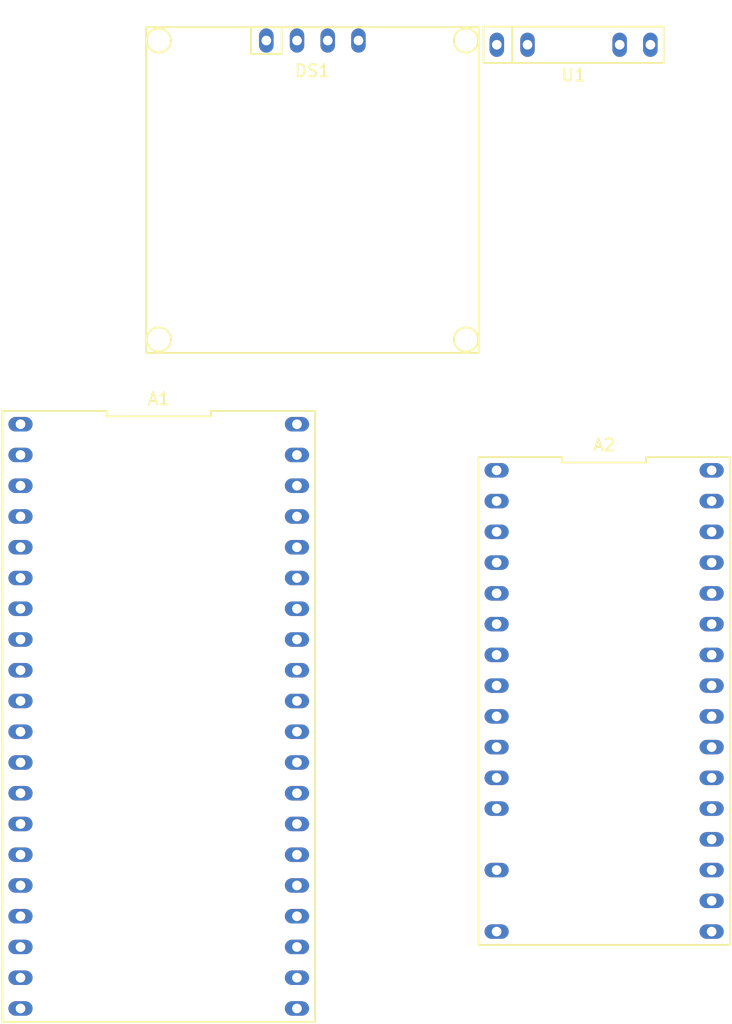
<source format=kicad_pcb>
(kicad_pcb (version 20171130) (host pcbnew "(5.0.2)-1")

  (general
    (thickness 1.6)
    (drawings 0)
    (tracks 0)
    (zones 0)
    (modules 4)
    (nets 79)
  )

  (page A4)
  (layers
    (0 F.Cu signal)
    (31 B.Cu signal)
    (32 B.Adhes user)
    (33 F.Adhes user)
    (34 B.Paste user)
    (35 F.Paste user)
    (36 B.SilkS user)
    (37 F.SilkS user)
    (38 B.Mask user)
    (39 F.Mask user)
    (40 Dwgs.User user)
    (41 Cmts.User user)
    (42 Eco1.User user)
    (43 Eco2.User user)
    (44 Edge.Cuts user)
    (45 Margin user)
    (46 B.CrtYd user)
    (47 F.CrtYd user)
    (48 B.Fab user)
    (49 F.Fab user)
  )

  (setup
    (last_trace_width 0.25)
    (trace_clearance 0.2)
    (zone_clearance 0.508)
    (zone_45_only no)
    (trace_min 0.2)
    (segment_width 0.2)
    (edge_width 0.15)
    (via_size 0.8)
    (via_drill 0.4)
    (via_min_size 0.4)
    (via_min_drill 0.3)
    (uvia_size 0.3)
    (uvia_drill 0.1)
    (uvias_allowed no)
    (uvia_min_size 0.2)
    (uvia_min_drill 0.1)
    (pcb_text_width 0.3)
    (pcb_text_size 1.5 1.5)
    (mod_edge_width 0.15)
    (mod_text_size 1 1)
    (mod_text_width 0.15)
    (pad_size 1.524 1.524)
    (pad_drill 0.762)
    (pad_to_mask_clearance 0.051)
    (solder_mask_min_width 0.25)
    (aux_axis_origin 0 0)
    (visible_elements 7FFFFFFF)
    (pcbplotparams
      (layerselection 0x010fc_ffffffff)
      (usegerberextensions false)
      (usegerberattributes false)
      (usegerberadvancedattributes false)
      (creategerberjobfile false)
      (excludeedgelayer true)
      (linewidth 0.100000)
      (plotframeref false)
      (viasonmask false)
      (mode 1)
      (useauxorigin false)
      (hpglpennumber 1)
      (hpglpenspeed 20)
      (hpglpendiameter 15.000000)
      (psnegative false)
      (psa4output false)
      (plotreference true)
      (plotvalue true)
      (plotinvisibletext false)
      (padsonsilk false)
      (subtractmaskfromsilk false)
      (outputformat 1)
      (mirror false)
      (drillshape 1)
      (scaleselection 1)
      (outputdirectory ""))
  )

  (net 0 "")
  (net 1 "Net-(A1-Pad40)")
  (net 2 "Net-(A1-Pad1)")
  (net 3 "Net-(A1-Pad39)")
  (net 4 "Net-(A1-Pad2)")
  (net 5 "Net-(A1-Pad38)")
  (net 6 "Net-(A1-Pad3)")
  (net 7 "Net-(A1-Pad37)")
  (net 8 "Net-(A1-Pad4)")
  (net 9 "Net-(A1-Pad36)")
  (net 10 "Net-(A1-Pad5)")
  (net 11 "Net-(A1-Pad35)")
  (net 12 "Net-(A1-Pad6)")
  (net 13 "Net-(A1-Pad34)")
  (net 14 "Net-(A1-Pad7)")
  (net 15 "Net-(A1-Pad33)")
  (net 16 "Net-(A1-Pad8)")
  (net 17 "Net-(A1-Pad32)")
  (net 18 "Net-(A1-Pad9)")
  (net 19 "Net-(A1-Pad31)")
  (net 20 "Net-(A1-Pad10)")
  (net 21 "Net-(A1-Pad30)")
  (net 22 "Net-(A1-Pad11)")
  (net 23 "Net-(A1-Pad29)")
  (net 24 "Net-(A1-Pad12)")
  (net 25 "Net-(A1-Pad28)")
  (net 26 "Net-(A1-Pad13)")
  (net 27 "Net-(A1-Pad27)")
  (net 28 "Net-(A1-Pad14)")
  (net 29 "Net-(A1-Pad26)")
  (net 30 "Net-(A1-Pad15)")
  (net 31 "Net-(A1-Pad25)")
  (net 32 "Net-(A1-Pad16)")
  (net 33 "Net-(A1-Pad24)")
  (net 34 "Net-(A1-Pad17)")
  (net 35 "Net-(A1-Pad23)")
  (net 36 "Net-(A1-Pad18)")
  (net 37 "Net-(A1-Pad22)")
  (net 38 "Net-(A1-Pad19)")
  (net 39 "Net-(A1-Pad21)")
  (net 40 "Net-(A1-Pad20)")
  (net 41 "Net-(A2-Pad32)")
  (net 42 "Net-(A2-Pad1)")
  (net 43 "Net-(A2-Pad31)")
  (net 44 "Net-(A2-Pad2)")
  (net 45 "Net-(A2-Pad30)")
  (net 46 "Net-(A2-Pad3)")
  (net 47 "Net-(A2-Pad29)")
  (net 48 "Net-(A2-Pad4)")
  (net 49 "Net-(A2-Pad28)")
  (net 50 "Net-(A2-Pad5)")
  (net 51 "Net-(A2-Pad27)")
  (net 52 "Net-(A2-Pad6)")
  (net 53 "Net-(A2-Pad26)")
  (net 54 "Net-(A2-Pad7)")
  (net 55 "Net-(A2-Pad25)")
  (net 56 "Net-(A2-Pad8)")
  (net 57 "Net-(A2-Pad24)")
  (net 58 "Net-(A2-Pad9)")
  (net 59 "Net-(A2-Pad23)")
  (net 60 "Net-(A2-Pad10)")
  (net 61 "Net-(A2-Pad22)")
  (net 62 "Net-(A2-Pad11)")
  (net 63 "Net-(A2-Pad21)")
  (net 64 "Net-(A2-Pad12)")
  (net 65 "Net-(A2-Pad20)")
  (net 66 "Net-(A2-Pad19)")
  (net 67 "Net-(A2-Pad14)")
  (net 68 "Net-(A2-Pad18)")
  (net 69 "Net-(A2-Pad17)")
  (net 70 "Net-(A2-Pad16)")
  (net 71 "Net-(DS1-Pad1)")
  (net 72 "Net-(DS1-Pad2)")
  (net 73 "Net-(DS1-Pad3)")
  (net 74 "Net-(DS1-Pad4)")
  (net 75 "Net-(U1-Pad1)")
  (net 76 "Net-(U1-Pad2)")
  (net 77 "Net-(U1-Pad3)")
  (net 78 "Net-(U1-Pad4)")

  (net_class Default "Dies ist die voreingestellte Netzklasse."
    (clearance 0.2)
    (trace_width 0.25)
    (via_dia 0.8)
    (via_drill 0.4)
    (uvia_dia 0.3)
    (uvia_drill 0.1)
    (add_net "Net-(A1-Pad1)")
    (add_net "Net-(A1-Pad10)")
    (add_net "Net-(A1-Pad11)")
    (add_net "Net-(A1-Pad12)")
    (add_net "Net-(A1-Pad13)")
    (add_net "Net-(A1-Pad14)")
    (add_net "Net-(A1-Pad15)")
    (add_net "Net-(A1-Pad16)")
    (add_net "Net-(A1-Pad17)")
    (add_net "Net-(A1-Pad18)")
    (add_net "Net-(A1-Pad19)")
    (add_net "Net-(A1-Pad2)")
    (add_net "Net-(A1-Pad20)")
    (add_net "Net-(A1-Pad21)")
    (add_net "Net-(A1-Pad22)")
    (add_net "Net-(A1-Pad23)")
    (add_net "Net-(A1-Pad24)")
    (add_net "Net-(A1-Pad25)")
    (add_net "Net-(A1-Pad26)")
    (add_net "Net-(A1-Pad27)")
    (add_net "Net-(A1-Pad28)")
    (add_net "Net-(A1-Pad29)")
    (add_net "Net-(A1-Pad3)")
    (add_net "Net-(A1-Pad30)")
    (add_net "Net-(A1-Pad31)")
    (add_net "Net-(A1-Pad32)")
    (add_net "Net-(A1-Pad33)")
    (add_net "Net-(A1-Pad34)")
    (add_net "Net-(A1-Pad35)")
    (add_net "Net-(A1-Pad36)")
    (add_net "Net-(A1-Pad37)")
    (add_net "Net-(A1-Pad38)")
    (add_net "Net-(A1-Pad39)")
    (add_net "Net-(A1-Pad4)")
    (add_net "Net-(A1-Pad40)")
    (add_net "Net-(A1-Pad5)")
    (add_net "Net-(A1-Pad6)")
    (add_net "Net-(A1-Pad7)")
    (add_net "Net-(A1-Pad8)")
    (add_net "Net-(A1-Pad9)")
    (add_net "Net-(A2-Pad1)")
    (add_net "Net-(A2-Pad10)")
    (add_net "Net-(A2-Pad11)")
    (add_net "Net-(A2-Pad12)")
    (add_net "Net-(A2-Pad14)")
    (add_net "Net-(A2-Pad16)")
    (add_net "Net-(A2-Pad17)")
    (add_net "Net-(A2-Pad18)")
    (add_net "Net-(A2-Pad19)")
    (add_net "Net-(A2-Pad2)")
    (add_net "Net-(A2-Pad20)")
    (add_net "Net-(A2-Pad21)")
    (add_net "Net-(A2-Pad22)")
    (add_net "Net-(A2-Pad23)")
    (add_net "Net-(A2-Pad24)")
    (add_net "Net-(A2-Pad25)")
    (add_net "Net-(A2-Pad26)")
    (add_net "Net-(A2-Pad27)")
    (add_net "Net-(A2-Pad28)")
    (add_net "Net-(A2-Pad29)")
    (add_net "Net-(A2-Pad3)")
    (add_net "Net-(A2-Pad30)")
    (add_net "Net-(A2-Pad31)")
    (add_net "Net-(A2-Pad32)")
    (add_net "Net-(A2-Pad4)")
    (add_net "Net-(A2-Pad5)")
    (add_net "Net-(A2-Pad6)")
    (add_net "Net-(A2-Pad7)")
    (add_net "Net-(A2-Pad8)")
    (add_net "Net-(A2-Pad9)")
    (add_net "Net-(DS1-Pad1)")
    (add_net "Net-(DS1-Pad2)")
    (add_net "Net-(DS1-Pad3)")
    (add_net "Net-(DS1-Pad4)")
    (add_net "Net-(U1-Pad1)")
    (add_net "Net-(U1-Pad2)")
    (add_net "Net-(U1-Pad3)")
    (add_net "Net-(U1-Pad4)")
  )

  (module Tueroeffner:SparkFun_ESP32_Thing (layer F.Cu) (tedit 5C6D2CB2) (tstamp 5C8EFAAB)
    (at 174.625 85.725 270)
    (path /5C6D2DD2)
    (fp_text reference A1 (at -26.23 0) (layer F.SilkS)
      (effects (font (size 1 1) (thickness 0.15)))
    )
    (fp_text value SparkFun_ESP32_Thing (at 0 0 270) (layer F.Fab)
      (effects (font (size 1 1) (thickness 0.15)))
    )
    (fp_line (start -25.23 12.929999) (end 25.23 12.93) (layer F.SilkS) (width 0.15))
    (fp_line (start 25.23 12.93) (end 25.23 -12.929999) (layer F.SilkS) (width 0.15))
    (fp_line (start 25.23 -12.929999) (end -25.23 -12.93) (layer F.SilkS) (width 0.15))
    (fp_line (start -25.23 -12.93) (end -25.23 -4.31) (layer F.SilkS) (width 0.15))
    (fp_line (start -25.23 -4.31) (end -24.78 -4.31) (layer F.SilkS) (width 0.15))
    (fp_line (start -24.78 -4.31) (end -24.78 4.309999) (layer F.SilkS) (width 0.15))
    (fp_line (start -24.78 4.309999) (end -25.23 4.309999) (layer F.SilkS) (width 0.15))
    (fp_line (start -25.23 4.309999) (end -25.23 12.929999) (layer F.SilkS) (width 0.15))
    (fp_line (start -25.4 -13.1) (end 25.4 -13.1) (layer F.CrtYd) (width 0.05))
    (fp_line (start 25.4 -13.1) (end 25.4 13.1) (layer F.CrtYd) (width 0.05))
    (fp_line (start 25.4 13.1) (end -25.4 13.1) (layer F.CrtYd) (width 0.05))
    (fp_line (start -25.4 13.1) (end -25.4 -13.1) (layer F.CrtYd) (width 0.05))
    (pad 40 thru_hole oval (at -24.13 -11.43 270) (size 1.2 2) (drill 0.8) (layers *.Cu *.Mask)
      (net 1 "Net-(A1-Pad40)"))
    (pad 1 thru_hole oval (at -24.13 11.43 270) (size 1.2 2) (drill 0.8) (layers *.Cu *.Mask)
      (net 2 "Net-(A1-Pad1)"))
    (pad 39 thru_hole oval (at -21.59 -11.43 270) (size 1.2 2) (drill 0.8) (layers *.Cu *.Mask)
      (net 3 "Net-(A1-Pad39)"))
    (pad 2 thru_hole oval (at -21.59 11.43 270) (size 1.2 2) (drill 0.8) (layers *.Cu *.Mask)
      (net 4 "Net-(A1-Pad2)"))
    (pad 38 thru_hole oval (at -19.05 -11.43 270) (size 1.2 2) (drill 0.8) (layers *.Cu *.Mask)
      (net 5 "Net-(A1-Pad38)"))
    (pad 3 thru_hole oval (at -19.05 11.43 270) (size 1.2 2) (drill 0.8) (layers *.Cu *.Mask)
      (net 6 "Net-(A1-Pad3)"))
    (pad 37 thru_hole oval (at -16.51 -11.43 270) (size 1.2 2) (drill 0.8) (layers *.Cu *.Mask)
      (net 7 "Net-(A1-Pad37)"))
    (pad 4 thru_hole oval (at -16.51 11.43 270) (size 1.2 2) (drill 0.8) (layers *.Cu *.Mask)
      (net 8 "Net-(A1-Pad4)"))
    (pad 36 thru_hole oval (at -13.97 -11.43 270) (size 1.2 2) (drill 0.8) (layers *.Cu *.Mask)
      (net 9 "Net-(A1-Pad36)"))
    (pad 5 thru_hole oval (at -13.97 11.43 270) (size 1.2 2) (drill 0.8) (layers *.Cu *.Mask)
      (net 10 "Net-(A1-Pad5)"))
    (pad 35 thru_hole oval (at -11.43 -11.43 270) (size 1.2 2) (drill 0.8) (layers *.Cu *.Mask)
      (net 11 "Net-(A1-Pad35)"))
    (pad 6 thru_hole oval (at -11.43 11.43 270) (size 1.2 2) (drill 0.8) (layers *.Cu *.Mask)
      (net 12 "Net-(A1-Pad6)"))
    (pad 34 thru_hole oval (at -8.89 -11.43 270) (size 1.2 2) (drill 0.8) (layers *.Cu *.Mask)
      (net 13 "Net-(A1-Pad34)"))
    (pad 7 thru_hole oval (at -8.89 11.43 270) (size 1.2 2) (drill 0.8) (layers *.Cu *.Mask)
      (net 14 "Net-(A1-Pad7)"))
    (pad 33 thru_hole oval (at -6.35 -11.43 270) (size 1.2 2) (drill 0.8) (layers *.Cu *.Mask)
      (net 15 "Net-(A1-Pad33)"))
    (pad 8 thru_hole oval (at -6.35 11.43 270) (size 1.2 2) (drill 0.8) (layers *.Cu *.Mask)
      (net 16 "Net-(A1-Pad8)"))
    (pad 32 thru_hole oval (at -3.81 -11.43 270) (size 1.2 2) (drill 0.8) (layers *.Cu *.Mask)
      (net 17 "Net-(A1-Pad32)"))
    (pad 9 thru_hole oval (at -3.81 11.43 270) (size 1.2 2) (drill 0.8) (layers *.Cu *.Mask)
      (net 18 "Net-(A1-Pad9)"))
    (pad 31 thru_hole oval (at -1.27 -11.43 270) (size 1.2 2) (drill 0.8) (layers *.Cu *.Mask)
      (net 19 "Net-(A1-Pad31)"))
    (pad 10 thru_hole oval (at -1.27 11.43 270) (size 1.2 2) (drill 0.8) (layers *.Cu *.Mask)
      (net 20 "Net-(A1-Pad10)"))
    (pad 30 thru_hole oval (at 1.27 -11.43 270) (size 1.2 2) (drill 0.8) (layers *.Cu *.Mask)
      (net 21 "Net-(A1-Pad30)"))
    (pad 11 thru_hole oval (at 1.27 11.43 270) (size 1.2 2) (drill 0.8) (layers *.Cu *.Mask)
      (net 22 "Net-(A1-Pad11)"))
    (pad 29 thru_hole oval (at 3.81 -11.43 270) (size 1.2 2) (drill 0.8) (layers *.Cu *.Mask)
      (net 23 "Net-(A1-Pad29)"))
    (pad 12 thru_hole oval (at 3.81 11.43 270) (size 1.2 2) (drill 0.8) (layers *.Cu *.Mask)
      (net 24 "Net-(A1-Pad12)"))
    (pad 28 thru_hole oval (at 6.35 -11.43 270) (size 1.2 2) (drill 0.8) (layers *.Cu *.Mask)
      (net 25 "Net-(A1-Pad28)"))
    (pad 13 thru_hole oval (at 6.35 11.43 270) (size 1.2 2) (drill 0.8) (layers *.Cu *.Mask)
      (net 26 "Net-(A1-Pad13)"))
    (pad 27 thru_hole oval (at 8.89 -11.43 270) (size 1.2 2) (drill 0.8) (layers *.Cu *.Mask)
      (net 27 "Net-(A1-Pad27)"))
    (pad 14 thru_hole oval (at 8.89 11.43 270) (size 1.2 2) (drill 0.8) (layers *.Cu *.Mask)
      (net 28 "Net-(A1-Pad14)"))
    (pad 26 thru_hole oval (at 11.43 -11.43 270) (size 1.2 2) (drill 0.8) (layers *.Cu *.Mask)
      (net 29 "Net-(A1-Pad26)"))
    (pad 15 thru_hole oval (at 11.43 11.43 270) (size 1.2 2) (drill 0.8) (layers *.Cu *.Mask)
      (net 30 "Net-(A1-Pad15)"))
    (pad 25 thru_hole oval (at 13.97 -11.43 270) (size 1.2 2) (drill 0.8) (layers *.Cu *.Mask)
      (net 31 "Net-(A1-Pad25)"))
    (pad 16 thru_hole oval (at 13.97 11.43 270) (size 1.2 2) (drill 0.8) (layers *.Cu *.Mask)
      (net 32 "Net-(A1-Pad16)"))
    (pad 24 thru_hole oval (at 16.51 -11.43 270) (size 1.2 2) (drill 0.8) (layers *.Cu *.Mask)
      (net 33 "Net-(A1-Pad24)"))
    (pad 17 thru_hole oval (at 16.51 11.43 270) (size 1.2 2) (drill 0.8) (layers *.Cu *.Mask)
      (net 34 "Net-(A1-Pad17)"))
    (pad 23 thru_hole oval (at 19.05 -11.43 270) (size 1.2 2) (drill 0.8) (layers *.Cu *.Mask)
      (net 35 "Net-(A1-Pad23)"))
    (pad 18 thru_hole oval (at 19.05 11.43 270) (size 1.2 2) (drill 0.8) (layers *.Cu *.Mask)
      (net 36 "Net-(A1-Pad18)"))
    (pad 22 thru_hole oval (at 21.59 -11.43 270) (size 1.2 2) (drill 0.8) (layers *.Cu *.Mask)
      (net 37 "Net-(A1-Pad22)"))
    (pad 19 thru_hole oval (at 21.59 11.43 270) (size 1.2 2) (drill 0.8) (layers *.Cu *.Mask)
      (net 38 "Net-(A1-Pad19)"))
    (pad 21 thru_hole oval (at 24.13 -11.43 270) (size 1.2 2) (drill 0.8) (layers *.Cu *.Mask)
      (net 39 "Net-(A1-Pad21)"))
    (pad 20 thru_hole oval (at 24.13 11.43 270) (size 1.2 2) (drill 0.8) (layers *.Cu *.Mask)
      (net 40 "Net-(A1-Pad20)"))
  )

  (module Tueroeffner:HM-MOD-EM-8 (layer F.Cu) (tedit 5C6D3714) (tstamp 5C9B7154)
    (at 211.455 84.455 270)
    (path /5C6D505C)
    (fp_text reference A2 (at -21.15 0) (layer F.SilkS)
      (effects (font (size 1 1) (thickness 0.15)))
    )
    (fp_text value HM-MOD-EM-8 (at 0 0 270) (layer F.Fab)
      (effects (font (size 1 1) (thickness 0.15)))
    )
    (fp_line (start -20.15 10.389999) (end 20.15 10.39) (layer F.SilkS) (width 0.15))
    (fp_line (start 20.15 10.39) (end 20.15 -10.389999) (layer F.SilkS) (width 0.15))
    (fp_line (start 20.15 -10.389999) (end -20.15 -10.39) (layer F.SilkS) (width 0.15))
    (fp_line (start -20.15 -10.39) (end -20.15 -3.463333) (layer F.SilkS) (width 0.15))
    (fp_line (start -20.15 -3.463333) (end -19.7 -3.463333) (layer F.SilkS) (width 0.15))
    (fp_line (start -19.7 -3.463333) (end -19.7 3.463333) (layer F.SilkS) (width 0.15))
    (fp_line (start -19.7 3.463333) (end -20.15 3.463333) (layer F.SilkS) (width 0.15))
    (fp_line (start -20.15 3.463333) (end -20.15 10.389999) (layer F.SilkS) (width 0.15))
    (fp_line (start -20.3 -10.55) (end 20.3 -10.55) (layer F.CrtYd) (width 0.05))
    (fp_line (start 20.3 -10.55) (end 20.3 10.55) (layer F.CrtYd) (width 0.05))
    (fp_line (start 20.3 10.55) (end -20.3 10.55) (layer F.CrtYd) (width 0.05))
    (fp_line (start -20.3 10.55) (end -20.3 -10.55) (layer F.CrtYd) (width 0.05))
    (pad 32 thru_hole oval (at -19.05 -8.89 270) (size 1.2 2) (drill 0.8) (layers *.Cu *.Mask)
      (net 41 "Net-(A2-Pad32)"))
    (pad 1 thru_hole oval (at -19.05 8.89 270) (size 1.2 2) (drill 0.8) (layers *.Cu *.Mask)
      (net 42 "Net-(A2-Pad1)"))
    (pad 31 thru_hole oval (at -16.51 -8.89 270) (size 1.2 2) (drill 0.8) (layers *.Cu *.Mask)
      (net 43 "Net-(A2-Pad31)"))
    (pad 2 thru_hole oval (at -16.51 8.89 270) (size 1.2 2) (drill 0.8) (layers *.Cu *.Mask)
      (net 44 "Net-(A2-Pad2)"))
    (pad 30 thru_hole oval (at -13.97 -8.89 270) (size 1.2 2) (drill 0.8) (layers *.Cu *.Mask)
      (net 45 "Net-(A2-Pad30)"))
    (pad 3 thru_hole oval (at -13.97 8.89 270) (size 1.2 2) (drill 0.8) (layers *.Cu *.Mask)
      (net 46 "Net-(A2-Pad3)"))
    (pad 29 thru_hole oval (at -11.43 -8.89 270) (size 1.2 2) (drill 0.8) (layers *.Cu *.Mask)
      (net 47 "Net-(A2-Pad29)"))
    (pad 4 thru_hole oval (at -11.43 8.89 270) (size 1.2 2) (drill 0.8) (layers *.Cu *.Mask)
      (net 48 "Net-(A2-Pad4)"))
    (pad 28 thru_hole oval (at -8.89 -8.89 270) (size 1.2 2) (drill 0.8) (layers *.Cu *.Mask)
      (net 49 "Net-(A2-Pad28)"))
    (pad 5 thru_hole oval (at -8.89 8.89 270) (size 1.2 2) (drill 0.8) (layers *.Cu *.Mask)
      (net 50 "Net-(A2-Pad5)"))
    (pad 27 thru_hole oval (at -6.35 -8.89 270) (size 1.2 2) (drill 0.8) (layers *.Cu *.Mask)
      (net 51 "Net-(A2-Pad27)"))
    (pad 6 thru_hole oval (at -6.35 8.89 270) (size 1.2 2) (drill 0.8) (layers *.Cu *.Mask)
      (net 52 "Net-(A2-Pad6)"))
    (pad 26 thru_hole oval (at -3.81 -8.89 270) (size 1.2 2) (drill 0.8) (layers *.Cu *.Mask)
      (net 53 "Net-(A2-Pad26)"))
    (pad 7 thru_hole oval (at -3.81 8.89 270) (size 1.2 2) (drill 0.8) (layers *.Cu *.Mask)
      (net 54 "Net-(A2-Pad7)"))
    (pad 25 thru_hole oval (at -1.27 -8.89 270) (size 1.2 2) (drill 0.8) (layers *.Cu *.Mask)
      (net 55 "Net-(A2-Pad25)"))
    (pad 8 thru_hole oval (at -1.27 8.89 270) (size 1.2 2) (drill 0.8) (layers *.Cu *.Mask)
      (net 56 "Net-(A2-Pad8)"))
    (pad 24 thru_hole oval (at 1.27 -8.89 270) (size 1.2 2) (drill 0.8) (layers *.Cu *.Mask)
      (net 57 "Net-(A2-Pad24)"))
    (pad 9 thru_hole oval (at 1.27 8.89 270) (size 1.2 2) (drill 0.8) (layers *.Cu *.Mask)
      (net 58 "Net-(A2-Pad9)"))
    (pad 23 thru_hole oval (at 3.81 -8.89 270) (size 1.2 2) (drill 0.8) (layers *.Cu *.Mask)
      (net 59 "Net-(A2-Pad23)"))
    (pad 10 thru_hole oval (at 3.81 8.89 270) (size 1.2 2) (drill 0.8) (layers *.Cu *.Mask)
      (net 60 "Net-(A2-Pad10)"))
    (pad 22 thru_hole oval (at 6.35 -8.89 270) (size 1.2 2) (drill 0.8) (layers *.Cu *.Mask)
      (net 61 "Net-(A2-Pad22)"))
    (pad 11 thru_hole oval (at 6.35 8.89 270) (size 1.2 2) (drill 0.8) (layers *.Cu *.Mask)
      (net 62 "Net-(A2-Pad11)"))
    (pad 21 thru_hole oval (at 8.89 -8.89 270) (size 1.2 2) (drill 0.8) (layers *.Cu *.Mask)
      (net 63 "Net-(A2-Pad21)"))
    (pad 12 thru_hole oval (at 8.89 8.89 270) (size 1.2 2) (drill 0.8) (layers *.Cu *.Mask)
      (net 64 "Net-(A2-Pad12)"))
    (pad 20 thru_hole oval (at 11.43 -8.89 270) (size 1.2 2) (drill 0.8) (layers *.Cu *.Mask)
      (net 65 "Net-(A2-Pad20)"))
    (pad 19 thru_hole oval (at 13.97 -8.89 270) (size 1.2 2) (drill 0.8) (layers *.Cu *.Mask)
      (net 66 "Net-(A2-Pad19)"))
    (pad 14 thru_hole oval (at 13.97 8.89 270) (size 1.2 2) (drill 0.8) (layers *.Cu *.Mask)
      (net 67 "Net-(A2-Pad14)"))
    (pad 18 thru_hole oval (at 16.51 -8.89 270) (size 1.2 2) (drill 0.8) (layers *.Cu *.Mask)
      (net 68 "Net-(A2-Pad18)"))
    (pad 17 thru_hole oval (at 19.05 -8.89 270) (size 1.2 2) (drill 0.8) (layers *.Cu *.Mask)
      (net 69 "Net-(A2-Pad17)"))
    (pad 16 thru_hole oval (at 19.05 8.89 270) (size 1.2 2) (drill 0.8) (layers *.Cu *.Mask)
      (net 70 "Net-(A2-Pad16)"))
  )

  (module Tueroeffner:Display (layer F.Cu) (tedit 5C6DB2C4) (tstamp 5C7CF068)
    (at 187.330001 29.900001)
    (path /5C6DB4AA)
    (fp_text reference DS1 (at 0 2.5) (layer F.SilkS)
      (effects (font (size 1 1) (thickness 0.15)))
    )
    (fp_text value Display (at 0 -2.5) (layer F.Fab)
      (effects (font (size 1 1) (thickness 0.15)))
    )
    (fp_line (start -13.75 -1.1) (end 13.75 -1.1) (layer F.SilkS) (width 0.15))
    (fp_line (start 13.75 -1.1) (end 13.75 25.8) (layer F.SilkS) (width 0.15))
    (fp_line (start 13.75 25.8) (end -13.75 25.8) (layer F.SilkS) (width 0.15))
    (fp_line (start -13.75 25.8) (end -13.75 -1.1) (layer F.SilkS) (width 0.15))
    (fp_line (start -2.54 -1.1) (end -2.54 1.1) (layer F.SilkS) (width 0.15))
    (fp_line (start -13.95 -1.3) (end 13.95 -1.3) (layer F.CrtYd) (width 0.05))
    (fp_line (start 13.95 -1.3) (end 13.95 26) (layer F.CrtYd) (width 0.05))
    (fp_line (start 13.95 26) (end -13.95 26) (layer F.CrtYd) (width 0.05))
    (fp_line (start -13.95 26) (end -13.95 -1.3) (layer F.CrtYd) (width 0.05))
    (fp_circle (center -12.7 0) (end -11.7 0) (layer F.SilkS) (width 0.15))
    (fp_circle (center 12.7 0) (end 13.7 0) (layer F.SilkS) (width 0.15))
    (fp_circle (center -12.7 24.7) (end -11.7 24.7) (layer F.SilkS) (width 0.15))
    (fp_circle (center 12.7 24.7) (end 13.7 24.7) (layer F.SilkS) (width 0.15))
    (fp_line (start -2.54 1.1) (end -5.08 1.1) (layer F.SilkS) (width 0.15))
    (fp_line (start -5.08 1.1) (end -5.08 -1.1) (layer F.SilkS) (width 0.15))
    (pad 1 thru_hole oval (at -3.81 0) (size 1.2 2) (drill 0.8) (layers *.Cu *.Mask)
      (net 71 "Net-(DS1-Pad1)"))
    (pad 2 thru_hole oval (at -1.27 0) (size 1.2 2) (drill 0.8) (layers *.Cu *.Mask)
      (net 72 "Net-(DS1-Pad2)"))
    (pad 3 thru_hole oval (at 1.27 0) (size 1.2 2) (drill 0.8) (layers *.Cu *.Mask)
      (net 73 "Net-(DS1-Pad3)"))
    (pad 4 thru_hole oval (at 3.81 0) (size 1.2 2) (drill 0.8) (layers *.Cu *.Mask)
      (net 74 "Net-(DS1-Pad4)"))
  )

  (module Tueroeffner:SIP-6 (layer F.Cu) (tedit 5C6D8107) (tstamp 5C7CF079)
    (at 208.930001 30.250001)
    (path /5C6DB3DC)
    (fp_text reference U1 (at 0 2.5) (layer F.SilkS)
      (effects (font (size 1 1) (thickness 0.15)))
    )
    (fp_text value Lader (at 0 -2.5) (layer F.Fab)
      (effects (font (size 1 1) (thickness 0.15)))
    )
    (fp_line (start -7.45 -1.5) (end 7.45 -1.5) (layer F.SilkS) (width 0.15))
    (fp_line (start 7.45 -1.5) (end 7.45 1.5) (layer F.SilkS) (width 0.15))
    (fp_line (start 7.45 1.5) (end -7.45 1.5) (layer F.SilkS) (width 0.15))
    (fp_line (start -7.45 1.5) (end -7.45 -1.5) (layer F.SilkS) (width 0.15))
    (fp_line (start -5.08 -1.5) (end -5.08 1.5) (layer F.SilkS) (width 0.15))
    (fp_line (start -7.6 -1.65) (end 7.6 -1.65) (layer F.CrtYd) (width 0.05))
    (fp_line (start 7.6 -1.65) (end 7.6 1.65) (layer F.CrtYd) (width 0.05))
    (fp_line (start 7.6 1.65) (end -7.6 1.65) (layer F.CrtYd) (width 0.05))
    (fp_line (start -7.6 1.65) (end -7.6 -1.65) (layer F.CrtYd) (width 0.05))
    (pad 1 thru_hole oval (at -6.35 0) (size 1.2 2) (drill 0.8) (layers *.Cu *.Mask)
      (net 75 "Net-(U1-Pad1)"))
    (pad 2 thru_hole oval (at -3.81 0) (size 1.2 2) (drill 0.8) (layers *.Cu *.Mask)
      (net 76 "Net-(U1-Pad2)"))
    (pad 3 thru_hole oval (at 3.81 0) (size 1.2 2) (drill 0.8) (layers *.Cu *.Mask)
      (net 77 "Net-(U1-Pad3)"))
    (pad 4 thru_hole oval (at 6.35 0) (size 1.2 2) (drill 0.8) (layers *.Cu *.Mask)
      (net 78 "Net-(U1-Pad4)"))
  )

)

</source>
